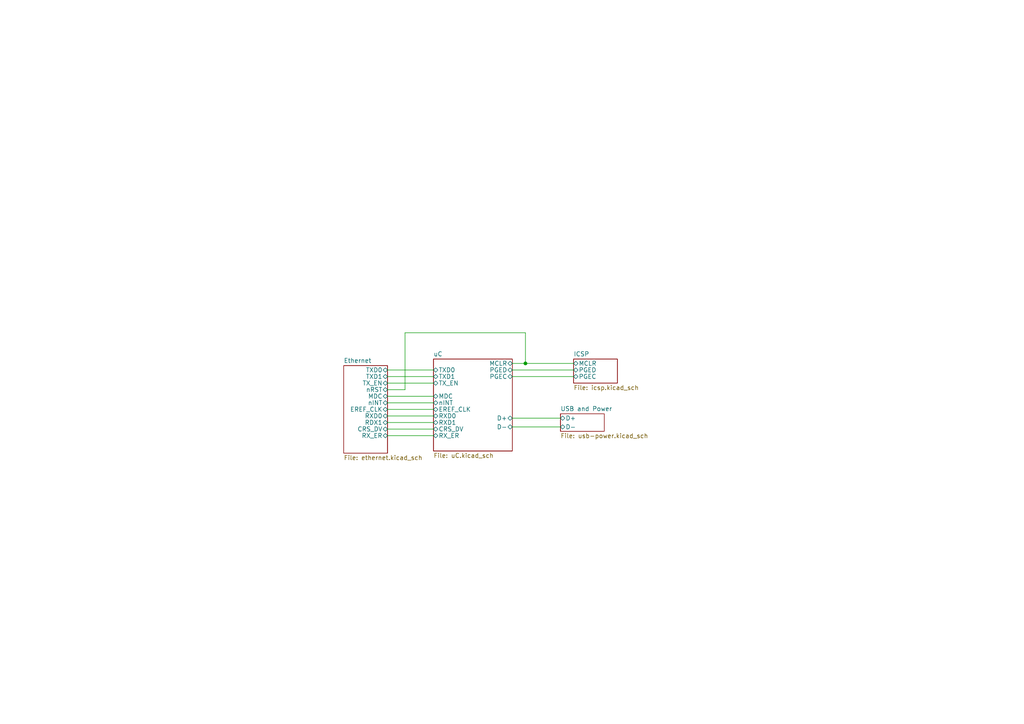
<source format=kicad_sch>
(kicad_sch (version 20211123) (generator eeschema)
  (paper "A4")
  (lib_symbols)
  (junction (at 152.4 105.41))
  (wire (pts (xy 112.395 109.22) (xy 125.73 109.22)))
  (wire (pts (xy 148.59 123.825) (xy 162.56 123.825)))
  (wire (pts (xy 112.395 118.745) (xy 125.73 118.745)))
  (wire (pts (xy 112.395 111.125) (xy 125.73 111.125)))
  (wire (pts (xy 112.395 113.03) (xy 117.475 113.03)))
  (wire (pts (xy 112.395 126.365) (xy 125.73 126.365)))
  (wire (pts (xy 112.395 120.65) (xy 125.73 120.65)))
  (wire (pts (xy 112.395 122.555) (xy 125.73 122.555)))
  (wire (pts (xy 152.4 96.52) (xy 152.4 105.41)))
  (wire (pts (xy 112.395 114.935) (xy 125.73 114.935)))
  (wire (pts (xy 152.4 105.41) (xy 166.37 105.41)))
  (wire (pts (xy 112.395 116.84) (xy 125.73 116.84)))
  (wire (pts (xy 148.59 121.285) (xy 162.56 121.285)))
  (wire (pts (xy 112.395 107.315) (xy 125.73 107.315)))
  (wire (pts (xy 117.475 96.52) (xy 152.4 96.52)))
  (wire (pts (xy 148.59 109.22) (xy 166.37 109.22)))
  (wire (pts (xy 117.475 113.03) (xy 117.475 96.52)))
  (wire (pts (xy 148.59 107.315) (xy 166.37 107.315)))
  (wire (pts (xy 112.395 124.46) (xy 125.73 124.46)))
  (wire (pts (xy 148.59 105.41) (xy 152.4 105.41)))
  (sheet (at 99.695 106.045) (size 12.7 25.4) (stroke (width 0.1524))
    (property "Sheet name" "Ethernet" (at 99.695 105.3334 0) (effects (justify left bottom)))
    (property "Sheet file" "ethernet.kicad_sch" (at 99.695 132.0296 0) (effects (justify left top)))
    (pin "TXD0" bidirectional (at 112.395 107.315 0))
    (pin "TX_EN" bidirectional (at 112.395 111.125 0))
    (pin "nRST" bidirectional (at 112.395 113.03 0))
    (pin "MDC" bidirectional (at 112.395 114.935 0))
    (pin "nINT" bidirectional (at 112.395 116.84 0))
    (pin "TXD1" bidirectional (at 112.395 109.22 0))
    (pin "EREF_CLK" bidirectional (at 112.395 118.745 0))
    (pin "RDX1" bidirectional (at 112.395 122.555 0))
    (pin "RXD0" bidirectional (at 112.395 120.65 0))
    (pin "CRS_DV" bidirectional (at 112.395 124.46 0))
    (pin "RX_ER" bidirectional (at 112.395 126.365 0))
  )
  (sheet (at 125.73 104.14) (size 22.86 26.67) (stroke (width 0.1524))
    (property "Sheet name" "uC" (at 125.73 103.4284 0) (effects (justify left bottom)))
    (property "Sheet file" "uC.kicad_sch" (at 125.73 131.3946 0) (effects (justify left top)))
    (pin "MCLR" bidirectional (at 148.59 105.41 0))
    (pin "PGED" bidirectional (at 148.59 107.315 0))
    (pin "PGEC" bidirectional (at 148.59 109.22 0))
    (pin "D+" bidirectional (at 148.59 121.285 0))
    (pin "D-" bidirectional (at 148.59 123.825 0))
    (pin "TX_EN" bidirectional (at 125.73 111.125 180))
    (pin "TXD0" bidirectional (at 125.73 107.315 180))
    (pin "TXD1" bidirectional (at 125.73 109.22 180))
    (pin "MDC" bidirectional (at 125.73 114.935 180))
    (pin "nINT" bidirectional (at 125.73 116.84 180))
    (pin "EREF_CLK" bidirectional (at 125.73 118.745 180))
    (pin "RXD0" bidirectional (at 125.73 120.65 180))
    (pin "RXD1" bidirectional (at 125.73 122.555 180))
    (pin "RX_ER" bidirectional (at 125.73 126.365 180))
    (pin "CRS_DV" bidirectional (at 125.73 124.46 180))
  )
  (sheet (at 162.56 120.015) (size 12.7 5.08) (stroke (width 0.1524))
    (property "Sheet name" "USB and Power" (at 162.56 119.3034 0) (effects (justify left bottom)))
    (property "Sheet file" "usb-power.kicad_sch" (at 162.56 125.6796 0) (effects (justify left top)))
    (pin "D+" bidirectional (at 162.56 121.285 180))
    (pin "D-" bidirectional (at 162.56 123.825 180))
  )
  (sheet (at 166.37 104.14) (size 12.7 6.985) (stroke (width 0.1524))
    (property "Sheet name" "ICSP" (at 166.37 103.4284 0) (effects (justify left bottom)))
    (property "Sheet file" "icsp.kicad_sch" (at 166.37 111.7096 0) (effects (justify left top)))
    (pin "MCLR" bidirectional (at 166.37 105.41 180))
    (pin "PGEC" bidirectional (at 166.37 109.22 180))
    (pin "PGED" bidirectional (at 166.37 107.315 180))
  )
)
</source>
